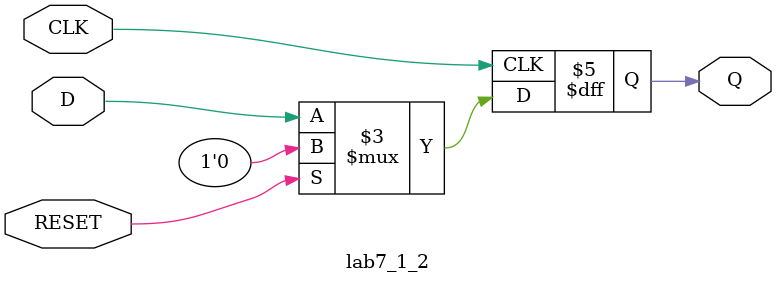
<source format=v>
`timescale 1ns / 1ps


module lab7_1_2(
    input CLK, RESET,
    input D,
    output reg Q
    );
   always @(posedge CLK) begin
        if (RESET)
        Q <= 0;
        else
        Q <= D;
        end
endmodule

</source>
